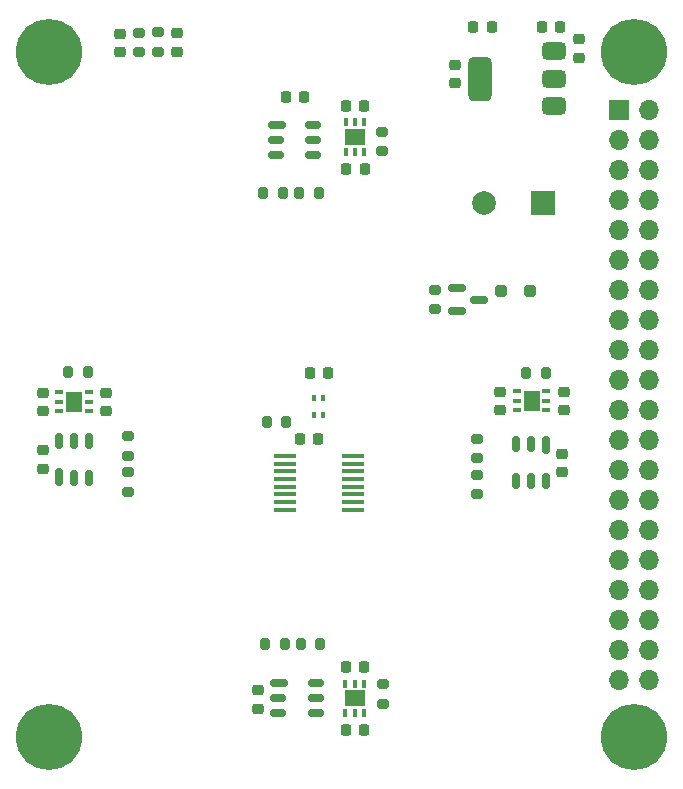
<source format=gbr>
%TF.GenerationSoftware,KiCad,Pcbnew,8.0.8*%
%TF.CreationDate,2025-09-12T17:13:46+02:00*%
%TF.ProjectId,kiba,6b696261-2e6b-4696-9361-645f70636258,rev?*%
%TF.SameCoordinates,Original*%
%TF.FileFunction,Soldermask,Top*%
%TF.FilePolarity,Negative*%
%FSLAX46Y46*%
G04 Gerber Fmt 4.6, Leading zero omitted, Abs format (unit mm)*
G04 Created by KiCad (PCBNEW 8.0.8) date 2025-09-12 17:13:46*
%MOMM*%
%LPD*%
G01*
G04 APERTURE LIST*
G04 Aperture macros list*
%AMRoundRect*
0 Rectangle with rounded corners*
0 $1 Rounding radius*
0 $2 $3 $4 $5 $6 $7 $8 $9 X,Y pos of 4 corners*
0 Add a 4 corners polygon primitive as box body*
4,1,4,$2,$3,$4,$5,$6,$7,$8,$9,$2,$3,0*
0 Add four circle primitives for the rounded corners*
1,1,$1+$1,$2,$3*
1,1,$1+$1,$4,$5*
1,1,$1+$1,$6,$7*
1,1,$1+$1,$8,$9*
0 Add four rect primitives between the rounded corners*
20,1,$1+$1,$2,$3,$4,$5,0*
20,1,$1+$1,$4,$5,$6,$7,0*
20,1,$1+$1,$6,$7,$8,$9,0*
20,1,$1+$1,$8,$9,$2,$3,0*%
G04 Aperture macros list end*
%ADD10RoundRect,0.200000X0.275000X-0.200000X0.275000X0.200000X-0.275000X0.200000X-0.275000X-0.200000X0*%
%ADD11RoundRect,0.200000X-0.275000X0.200000X-0.275000X-0.200000X0.275000X-0.200000X0.275000X0.200000X0*%
%ADD12RoundRect,0.175000X0.175000X-0.576250X0.175000X0.576250X-0.175000X0.576250X-0.175000X-0.576250X0*%
%ADD13RoundRect,0.175000X0.175000X-0.487500X0.175000X0.487500X-0.175000X0.487500X-0.175000X-0.487500X0*%
%ADD14R,0.450000X0.750000*%
%ADD15R,1.740000X1.350000*%
%ADD16RoundRect,0.225000X-0.250000X0.225000X-0.250000X-0.225000X0.250000X-0.225000X0.250000X0.225000X0*%
%ADD17R,1.955432X0.420766*%
%ADD18RoundRect,0.200000X0.200000X0.275000X-0.200000X0.275000X-0.200000X-0.275000X0.200000X-0.275000X0*%
%ADD19RoundRect,0.375000X0.625000X0.375000X-0.625000X0.375000X-0.625000X-0.375000X0.625000X-0.375000X0*%
%ADD20RoundRect,0.500000X0.500000X1.400000X-0.500000X1.400000X-0.500000X-1.400000X0.500000X-1.400000X0*%
%ADD21R,0.300000X0.500000*%
%ADD22RoundRect,0.225000X0.225000X0.250000X-0.225000X0.250000X-0.225000X-0.250000X0.225000X-0.250000X0*%
%ADD23R,2.000000X2.000000*%
%ADD24C,2.000000*%
%ADD25RoundRect,0.225000X-0.225000X-0.250000X0.225000X-0.250000X0.225000X0.250000X-0.225000X0.250000X0*%
%ADD26RoundRect,0.250000X0.250000X0.250000X-0.250000X0.250000X-0.250000X-0.250000X0.250000X-0.250000X0*%
%ADD27RoundRect,0.175000X-0.175000X0.576250X-0.175000X-0.576250X0.175000X-0.576250X0.175000X0.576250X0*%
%ADD28RoundRect,0.175000X-0.175000X0.487500X-0.175000X-0.487500X0.175000X-0.487500X0.175000X0.487500X0*%
%ADD29RoundRect,0.218750X-0.256250X0.218750X-0.256250X-0.218750X0.256250X-0.218750X0.256250X0.218750X0*%
%ADD30RoundRect,0.175000X-0.576250X-0.175000X0.576250X-0.175000X0.576250X0.175000X-0.576250X0.175000X0*%
%ADD31RoundRect,0.175000X-0.487500X-0.175000X0.487500X-0.175000X0.487500X0.175000X-0.487500X0.175000X0*%
%ADD32C,5.600000*%
%ADD33RoundRect,0.218750X0.256250X-0.218750X0.256250X0.218750X-0.256250X0.218750X-0.256250X-0.218750X0*%
%ADD34RoundRect,0.200000X-0.200000X-0.275000X0.200000X-0.275000X0.200000X0.275000X-0.200000X0.275000X0*%
%ADD35R,0.750000X0.450000*%
%ADD36R,1.350000X1.740000*%
%ADD37R,1.700000X1.700000*%
%ADD38O,1.700000X1.700000*%
%ADD39RoundRect,0.150000X-0.587500X-0.150000X0.587500X-0.150000X0.587500X0.150000X-0.587500X0.150000X0*%
%ADD40RoundRect,0.225000X0.250000X-0.225000X0.250000X0.225000X-0.250000X0.225000X-0.250000X-0.225000X0*%
G04 APERTURE END LIST*
D10*
%TO.C,R10*%
X147290000Y-81595000D03*
X147290000Y-79945000D03*
%TD*%
D11*
%TO.C,R3*%
X125740000Y-105745000D03*
X125740000Y-107395000D03*
%TD*%
D12*
%TO.C,U4*%
X119870000Y-109221250D03*
D13*
X121140000Y-109300000D03*
X122410000Y-109310000D03*
X122410000Y-106120000D03*
X121140000Y-106130000D03*
X119870000Y-106130000D03*
%TD*%
D14*
%TO.C,IC4*%
X145760000Y-79175000D03*
X144960000Y-79175000D03*
X144160000Y-79175000D03*
X144160000Y-81675000D03*
X144960000Y-81675000D03*
X145760000Y-81675000D03*
D15*
X144960000Y-80425000D03*
%TD*%
D16*
%TO.C,C5*%
X123880000Y-102045000D03*
X123880000Y-103595000D03*
%TD*%
D17*
%TO.C,U2*%
X139004616Y-107425001D03*
X139004616Y-108074999D03*
X139004616Y-108725001D03*
X139004616Y-109374999D03*
X139004616Y-110025001D03*
X139004616Y-110674999D03*
X139004616Y-111325001D03*
X139004616Y-111974999D03*
X144755384Y-111974999D03*
X144755384Y-111325001D03*
X144755384Y-110674999D03*
X144755384Y-110025001D03*
X144755384Y-109374999D03*
X144755384Y-108725001D03*
X144755384Y-108074999D03*
X144755384Y-107425001D03*
%TD*%
D18*
%TO.C,R15*%
X141875000Y-85130000D03*
X140225000Y-85130000D03*
%TD*%
D19*
%TO.C,U1*%
X161805000Y-77760000D03*
X161805000Y-75460000D03*
D20*
X155505000Y-75460000D03*
D19*
X161805000Y-73160000D03*
%TD*%
D11*
%TO.C,R11*%
X128325000Y-71560000D03*
X128325000Y-73210000D03*
%TD*%
D16*
%TO.C,C9*%
X162450000Y-107225000D03*
X162450000Y-108775000D03*
%TD*%
D11*
%TO.C,R4*%
X155330000Y-105945000D03*
X155330000Y-107595000D03*
%TD*%
D21*
%TO.C,IC1*%
X141480000Y-103910000D03*
X142280000Y-103910000D03*
X142280000Y-102510000D03*
X141480000Y-102510000D03*
%TD*%
D22*
%TO.C,C18*%
X145785000Y-83125000D03*
X144235000Y-83125000D03*
%TD*%
D23*
%TO.C,BZ1*%
X160905785Y-85980000D03*
D24*
X155905785Y-85980000D03*
%TD*%
D14*
%TO.C,IC6*%
X145740000Y-126680000D03*
X144940000Y-126680000D03*
X144140000Y-126680000D03*
X144140000Y-129180000D03*
X144940000Y-129180000D03*
X145740000Y-129180000D03*
D15*
X144940000Y-127930000D03*
%TD*%
D18*
%TO.C,R6*%
X122350000Y-100310000D03*
X120700000Y-100310000D03*
%TD*%
%TO.C,R12*%
X142035000Y-123350000D03*
X140385000Y-123350000D03*
%TD*%
D25*
%TO.C,C3*%
X154980000Y-71060000D03*
X156530000Y-71060000D03*
%TD*%
D26*
%TO.C,D1*%
X159785000Y-93430000D03*
X157285000Y-93430000D03*
%TD*%
D16*
%TO.C,C2*%
X153445000Y-74275000D03*
X153445000Y-75825000D03*
%TD*%
D27*
%TO.C,U5*%
X161160000Y-106468750D03*
D28*
X159890000Y-106390000D03*
X158620000Y-106380000D03*
X158620000Y-109570000D03*
X159890000Y-109560000D03*
X161160000Y-109560000D03*
%TD*%
D29*
%TO.C,D3*%
X129875000Y-71597500D03*
X129875000Y-73172500D03*
%TD*%
D30*
%TO.C,U6*%
X138538750Y-126630000D03*
D31*
X138460000Y-127900000D03*
X138450000Y-129170000D03*
X141640000Y-129170000D03*
X141630000Y-127900000D03*
X141630000Y-126630000D03*
%TD*%
D16*
%TO.C,C20*%
X162620000Y-101975000D03*
X162620000Y-103525000D03*
%TD*%
D10*
%TO.C,R5*%
X155330000Y-110655000D03*
X155330000Y-109005000D03*
%TD*%
D18*
%TO.C,R1*%
X139150000Y-104500000D03*
X137500000Y-104500000D03*
%TD*%
D32*
%TO.C,H2*%
X119085000Y-73220000D03*
%TD*%
D18*
%TO.C,R22*%
X161125000Y-100410000D03*
X159475000Y-100410000D03*
%TD*%
D11*
%TO.C,R8*%
X151752500Y-93355000D03*
X151752500Y-95005000D03*
%TD*%
D22*
%TO.C,C17*%
X142675000Y-100410000D03*
X141125000Y-100410000D03*
%TD*%
D33*
%TO.C,F1*%
X163945000Y-73687500D03*
X163945000Y-72112500D03*
%TD*%
D22*
%TO.C,C21*%
X145715000Y-125280000D03*
X144165000Y-125280000D03*
%TD*%
%TO.C,C22*%
X145715000Y-130580000D03*
X144165000Y-130580000D03*
%TD*%
D34*
%TO.C,R14*%
X137185000Y-85130000D03*
X138835000Y-85130000D03*
%TD*%
D10*
%TO.C,R2*%
X125730000Y-110425000D03*
X125730000Y-108775000D03*
%TD*%
D35*
%TO.C,IC3*%
X158670000Y-101950000D03*
X158670000Y-102750000D03*
X158670000Y-103550000D03*
X161170000Y-103550000D03*
X161170000Y-102750000D03*
X161170000Y-101950000D03*
D36*
X159920000Y-102750000D03*
%TD*%
D16*
%TO.C,C4*%
X118535000Y-102045000D03*
X118535000Y-103595000D03*
%TD*%
D37*
%TO.C,J1*%
X167305000Y-78090000D03*
D38*
X169845000Y-78090000D03*
X167305000Y-80630000D03*
X169845000Y-80630000D03*
X167305000Y-83170000D03*
X169845000Y-83170000D03*
X167305000Y-85710000D03*
X169845000Y-85710000D03*
X167305000Y-88250000D03*
X169845000Y-88250000D03*
X167305000Y-90790000D03*
X169845000Y-90790000D03*
X167305000Y-93330000D03*
X169845000Y-93330000D03*
X167305000Y-95870000D03*
X169845000Y-95870000D03*
X167305000Y-98410000D03*
X169845000Y-98410000D03*
X167305000Y-100950000D03*
X169845000Y-100950000D03*
X167305000Y-103490000D03*
X169845000Y-103490000D03*
X167305000Y-106030000D03*
X169845000Y-106030000D03*
X167305000Y-108570000D03*
X169845000Y-108570000D03*
X167305000Y-111110000D03*
X169845000Y-111110000D03*
X167305000Y-113650000D03*
X169845000Y-113650000D03*
X167305000Y-116190000D03*
X169845000Y-116190000D03*
X167305000Y-118730000D03*
X169845000Y-118730000D03*
X167305000Y-121270000D03*
X169845000Y-121270000D03*
X167305000Y-123810000D03*
X169845000Y-123810000D03*
X167305000Y-126350000D03*
X169845000Y-126350000D03*
%TD*%
D32*
%TO.C,H3*%
X119085000Y-131220000D03*
%TD*%
D16*
%TO.C,C10*%
X136750000Y-127245000D03*
X136750000Y-128795000D03*
%TD*%
D32*
%TO.C,H1*%
X168585000Y-73230000D03*
%TD*%
D34*
%TO.C,R7*%
X137375000Y-123310000D03*
X139025000Y-123310000D03*
%TD*%
D10*
%TO.C,R9*%
X126645000Y-73215000D03*
X126645000Y-71565000D03*
%TD*%
D16*
%TO.C,C15*%
X157270000Y-101975000D03*
X157270000Y-103525000D03*
%TD*%
D32*
%TO.C,H4*%
X168595000Y-131220000D03*
%TD*%
D35*
%TO.C,IC2*%
X119930000Y-102020000D03*
X119930000Y-102820000D03*
X119930000Y-103620000D03*
X122430000Y-103620000D03*
X122430000Y-102820000D03*
X122430000Y-102020000D03*
D36*
X121180000Y-102820000D03*
%TD*%
D29*
%TO.C,D2*%
X125095000Y-71652500D03*
X125095000Y-73227500D03*
%TD*%
D25*
%TO.C,C7*%
X139085000Y-77000000D03*
X140635000Y-77000000D03*
%TD*%
D22*
%TO.C,C1*%
X162330000Y-71060000D03*
X160780000Y-71060000D03*
%TD*%
D39*
%TO.C,Q1*%
X153565000Y-93230000D03*
X153565000Y-95130000D03*
X155440000Y-94180000D03*
%TD*%
D22*
%TO.C,C16*%
X145735000Y-77775000D03*
X144185000Y-77775000D03*
%TD*%
%TO.C,C6*%
X141825384Y-105990000D03*
X140275384Y-105990000D03*
%TD*%
D11*
%TO.C,R25*%
X147295000Y-126735000D03*
X147295000Y-128385000D03*
%TD*%
D30*
%TO.C,U3*%
X138338750Y-79400000D03*
D31*
X138260000Y-80670000D03*
X138250000Y-81940000D03*
X141440000Y-81940000D03*
X141430000Y-80670000D03*
X141430000Y-79400000D03*
%TD*%
D40*
%TO.C,C8*%
X118540000Y-108495000D03*
X118540000Y-106945000D03*
%TD*%
M02*

</source>
